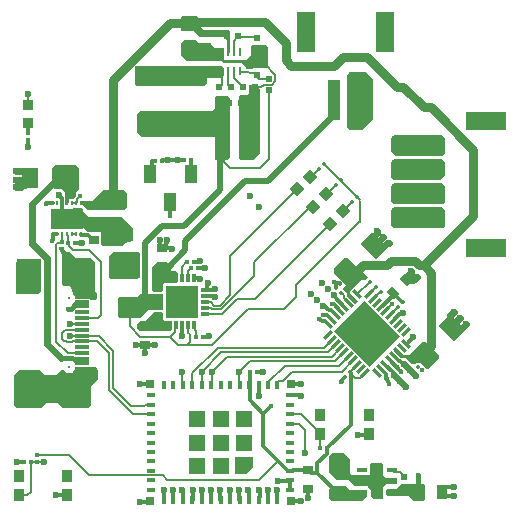
<source format=gtl>
G04*
G04 #@! TF.GenerationSoftware,Altium Limited,Altium Designer,26.1.1 (7)*
G04*
G04 Layer_Physical_Order=1*
G04 Layer_Color=255*
%FSLAX44Y44*%
%MOMM*%
G71*
G04*
G04 #@! TF.SameCoordinates,CD2F593A-4D2A-49AD-B025-98148D784466*
G04*
G04*
G04 #@! TF.FilePolarity,Positive*
G04*
G01*
G75*
%ADD15C,0.2000*%
%ADD16C,0.1270*%
G04:AMPARAMS|DCode=17|XSize=4.2mm|YSize=3.7mm|CornerRadius=0mm|HoleSize=0mm|Usage=FLASHONLY|Rotation=135.000|XOffset=0mm|YOffset=0mm|HoleType=Round|Shape=Rectangle|*
%AMROTATEDRECTD17*
4,1,4,2.7931,-0.1768,0.1768,-2.7931,-2.7931,0.1768,-0.1768,2.7931,2.7931,-0.1768,0.0*
%
%ADD17ROTATEDRECTD17*%

G04:AMPARAMS|DCode=18|XSize=0.85mm|YSize=0.3mm|CornerRadius=0mm|HoleSize=0mm|Usage=FLASHONLY|Rotation=135.000|XOffset=0mm|YOffset=0mm|HoleType=Round|Shape=Rectangle|*
%AMROTATEDRECTD18*
4,1,4,0.4066,-0.1945,0.1945,-0.4066,-0.4066,0.1945,-0.1945,0.4066,0.4066,-0.1945,0.0*
%
%ADD18ROTATEDRECTD18*%

G04:AMPARAMS|DCode=19|XSize=0.85mm|YSize=0.3mm|CornerRadius=0mm|HoleSize=0mm|Usage=FLASHONLY|Rotation=45.000|XOffset=0mm|YOffset=0mm|HoleType=Round|Shape=Rectangle|*
%AMROTATEDRECTD19*
4,1,4,-0.1945,-0.4066,-0.4066,-0.1945,0.1945,0.4066,0.4066,0.1945,-0.1945,-0.4066,0.0*
%
%ADD19ROTATEDRECTD19*%

%ADD20R,0.5500X0.5000*%
%ADD21R,1.0000X1.6000*%
%ADD22R,1.1500X0.3000*%
%ADD23R,2.0000X2.1800*%
%ADD24R,1.0000X3.5000*%
%ADD25R,1.5000X3.4000*%
%ADD26R,0.3000X0.3500*%
%ADD27R,0.3500X0.3000*%
%ADD28R,3.4000X1.5000*%
%ADD29R,3.5000X1.0000*%
G04:AMPARAMS|DCode=30|XSize=0.3mm|YSize=0.35mm|CornerRadius=0mm|HoleSize=0mm|Usage=FLASHONLY|Rotation=135.000|XOffset=0mm|YOffset=0mm|HoleType=Round|Shape=Rectangle|*
%AMROTATEDRECTD30*
4,1,4,0.2298,0.0177,-0.0177,-0.2298,-0.2298,-0.0177,0.0177,0.2298,0.2298,0.0177,0.0*
%
%ADD30ROTATEDRECTD30*%

G04:AMPARAMS|DCode=31|XSize=0.3mm|YSize=0.35mm|CornerRadius=0mm|HoleSize=0mm|Usage=FLASHONLY|Rotation=225.000|XOffset=0mm|YOffset=0mm|HoleType=Round|Shape=Rectangle|*
%AMROTATEDRECTD31*
4,1,4,-0.0177,0.2298,0.2298,-0.0177,0.0177,-0.2298,-0.2298,0.0177,-0.0177,0.2298,0.0*
%
%ADD31ROTATEDRECTD31*%

G04:AMPARAMS|DCode=32|XSize=1.8mm|YSize=1.4mm|CornerRadius=0mm|HoleSize=0mm|Usage=FLASHONLY|Rotation=315.000|XOffset=0mm|YOffset=0mm|HoleType=Round|Shape=Rectangle|*
%AMROTATEDRECTD32*
4,1,4,-1.1314,0.1414,-0.1414,1.1314,1.1314,-0.1414,0.1414,-1.1314,-1.1314,0.1414,0.0*
%
%ADD32ROTATEDRECTD32*%

G04:AMPARAMS|DCode=33|XSize=0.9mm|YSize=0.7mm|CornerRadius=0mm|HoleSize=0mm|Usage=FLASHONLY|Rotation=315.000|XOffset=0mm|YOffset=0mm|HoleType=Round|Shape=Rectangle|*
%AMROTATEDRECTD33*
4,1,4,-0.5657,0.0707,-0.0707,0.5657,0.5657,-0.0707,0.0707,-0.5657,-0.5657,0.0707,0.0*
%
%ADD33ROTATEDRECTD33*%

%ADD34R,0.9000X1.0000*%
%ADD35R,1.8000X1.4000*%
%ADD36R,0.9500X1.3000*%
%ADD37R,1.3000X0.9500*%
%ADD38R,0.9500X0.9000*%
%ADD39R,0.5000X0.5500*%
%ADD40R,0.2700X0.4500*%
%ADD41R,2.7000X1.8000*%
%ADD42R,0.3000X0.8000*%
%ADD43R,0.8000X0.3000*%
%ADD44R,2.8000X2.8000*%
%ADD45R,0.9271X0.4318*%
%ADD46R,1.4500X1.4500*%
%ADD47R,0.7000X0.7000*%
%ADD48R,0.4000X0.8000*%
%ADD49R,0.8000X0.4000*%
G04:AMPARAMS|DCode=50|XSize=0.95mm|YSize=0.9mm|CornerRadius=0mm|HoleSize=0mm|Usage=FLASHONLY|Rotation=135.000|XOffset=0mm|YOffset=0mm|HoleType=Round|Shape=Rectangle|*
%AMROTATEDRECTD50*
4,1,4,0.6541,-0.0177,0.0177,-0.6541,-0.6541,0.0177,-0.0177,0.6541,0.6541,-0.0177,0.0*
%
%ADD50ROTATEDRECTD50*%

%ADD51R,1.4000X1.8000*%
%ADD52R,0.2286X0.7112*%
%ADD53R,5.5000X1.4500*%
%ADD54R,0.9000X0.7000*%
%ADD93R,0.5000X0.5000*%
%ADD94C,0.3000*%
%ADD95C,0.1580*%
%ADD96C,0.2030*%
%ADD97C,0.5000*%
%ADD98C,0.4000*%
%ADD99C,0.8000*%
%ADD100C,0.6000*%
%ADD101C,0.3500*%
%ADD102C,0.2032*%
%ADD103C,0.3250*%
%ADD104C,0.6000*%
%ADD105C,0.4500*%
G36*
X-99060Y5080D02*
Y-13970D01*
X-101600Y-16510D01*
X-124460D01*
X-125730Y-15240D01*
Y2540D01*
X-121920Y6350D01*
X-100330D01*
X-99060Y5080D01*
D02*
G37*
G36*
X-74930Y-3810D02*
Y-7620D01*
X-72390Y-10160D01*
X-68580D01*
X-67310Y-11430D01*
Y-19050D01*
X-68580Y-20320D01*
X-78740D01*
X-80010Y-21590D01*
Y-26670D01*
X-81280Y-27940D01*
X-87630D01*
X-88900Y-26670D01*
Y-6350D01*
X-85090Y-2540D01*
X-76200D01*
X-74930Y-3810D01*
D02*
G37*
G36*
X-182880Y-2540D02*
Y-26670D01*
X-185420Y-29210D01*
X-201930D01*
X-204470Y-26670D01*
Y-2540D01*
X-201930Y0D01*
X-185420D01*
X-182880Y-2540D01*
D02*
G37*
G36*
X-163830Y8890D02*
X-161290Y6350D01*
X-158750D01*
X-153670Y1270D01*
X-140970D01*
X-137160Y-2540D01*
Y-27940D01*
X-135890Y-29210D01*
Y-33020D01*
X-137160Y-34290D01*
X-140970D01*
X-142240Y-33020D01*
X-152400D01*
X-156210Y-29210D01*
X-157769Y-23841D01*
X-158750Y-22860D01*
X-163830D01*
X-165100Y-21590D01*
Y1411D01*
X-166601Y6581D01*
X-167640Y7620D01*
Y10160D01*
X-163830D01*
Y8890D01*
D02*
G37*
G36*
X87630Y-10160D02*
X88900D01*
X93980Y-15240D01*
X91440Y-17780D01*
X87630D01*
X78740Y-26670D01*
Y-29210D01*
X85090Y-35560D01*
X82550Y-38100D01*
X76200Y-31750D01*
Y-29210D01*
X72390Y-25400D01*
Y-24130D01*
X74930Y-21590D01*
X64770Y-11430D01*
Y-7620D01*
X73660Y1270D01*
X76200D01*
X87630Y-10160D01*
D02*
G37*
G36*
X-80010Y-43180D02*
X-92710D01*
X-99060Y-49530D01*
X-116840D01*
X-118110Y-48260D01*
Y-33020D01*
X-116840Y-31750D01*
X-101600D01*
X-99060Y-29210D01*
X-80010D01*
Y-43180D01*
D02*
G37*
G36*
Y-45720D02*
Y-50800D01*
X-78740Y-52070D01*
X-73660D01*
X-72390Y-53340D01*
Y-59690D01*
X-73660Y-60960D01*
X-99060D01*
X-101600Y-58420D01*
Y-54610D01*
X-99060Y-52070D01*
X-95250D01*
X-87630Y-44450D01*
X-81280D01*
X-80010Y-45720D01*
D02*
G37*
G36*
X153670Y-81280D02*
Y-83820D01*
X144780Y-92710D01*
X143510D01*
X138430Y-87630D01*
X134620D01*
X133350Y-88900D01*
X130810D01*
X125730Y-83820D01*
X121920D01*
X115570Y-77470D01*
X116840Y-76200D01*
Y-74930D01*
X123190Y-81280D01*
X128270D01*
X139700Y-69850D01*
X142240D01*
X153670Y-81280D01*
D02*
G37*
G36*
X-134620Y-93980D02*
Y-101600D01*
X-140970Y-107950D01*
Y-123190D01*
X-143510Y-125730D01*
X-165100D01*
X-168910Y-121920D01*
X-179070D01*
X-182880Y-125730D01*
X-203200D01*
X-205740Y-123190D01*
Y-97790D01*
X-201930Y-93980D01*
X-184150D01*
X-180340Y-97790D01*
X-170180D01*
X-166370Y-93980D01*
X-163830D01*
X-161290Y-96520D01*
X-156210D01*
Y-95250D01*
X-152400Y-91440D01*
X-137160D01*
X-134620Y-93980D01*
D02*
G37*
G36*
X-4060Y-176320D02*
X-10060Y-182320D01*
X-18560D01*
Y-167820D01*
X-4060D01*
Y-176320D01*
D02*
G37*
G36*
X78740Y-168910D02*
Y-181610D01*
X80010Y-182880D01*
X95250D01*
Y-173990D01*
X96520Y-172720D01*
X105410D01*
X106680Y-173990D01*
Y-182880D01*
X109220Y-185420D01*
X118110D01*
Y-190500D01*
X109220D01*
X106680Y-193040D01*
Y-201930D01*
X105410Y-203200D01*
X99060D01*
X96520Y-200660D01*
Y-195580D01*
X93980Y-193040D01*
Y-191770D01*
X82550D01*
X77470Y-186690D01*
X67310D01*
X60960Y-180340D01*
Y-166370D01*
X63500Y-163830D01*
X73660D01*
X78740Y-168910D01*
D02*
G37*
G36*
X142240Y-191770D02*
Y-203200D01*
X140970Y-204470D01*
X132080D01*
X128270Y-200660D01*
X110490D01*
X109220Y-199390D01*
Y-195580D01*
X110490Y-194310D01*
X118110D01*
X121920Y-190500D01*
X140970D01*
X142240Y-191770D01*
D02*
G37*
G36*
X78740Y-195580D02*
X92710D01*
Y-200660D01*
X88900Y-204470D01*
X63500D01*
X60960Y-201930D01*
Y-194310D01*
X63500Y-191770D01*
X74930D01*
X78740Y-195580D01*
D02*
G37*
G36*
X-49530Y204470D02*
Y198120D01*
X-45720Y194310D01*
X-24130Y194310D01*
X-22860Y193040D01*
X-22860Y175260D01*
X-24130Y173990D01*
X-25400Y175260D01*
Y185420D01*
X-27940Y187960D01*
X-48260D01*
X-53340Y193040D01*
X-63500D01*
X-64770Y194310D01*
Y204470D01*
X-63500Y205740D01*
X-50800D01*
X-49530Y204470D01*
D02*
G37*
G36*
X-49530Y182880D02*
X-40640D01*
X-36150Y178390D01*
X-31160Y178390D01*
D01*
X-28620D01*
Y169500D01*
X-27350Y168230D01*
X-9570Y168230D01*
X-5760Y172040D01*
Y179660D01*
X-4490Y180930D01*
X7030D01*
X8890Y179070D01*
Y163830D01*
X6940Y161880D01*
X-3220D01*
X-5080Y161290D01*
X-8890D01*
X-9570Y161880D01*
X-13380Y165690D01*
X-28620D01*
X-30570Y167640D01*
X-59690D01*
X-64770Y172720D01*
Y182880D01*
X-62230Y185420D01*
X-52070D01*
X-49530Y182880D01*
D02*
G37*
G36*
X-28620Y161970D02*
Y155530D01*
X-31160Y152990D01*
X-42590D01*
Y149180D01*
X-45130Y146640D01*
X-102280D01*
X-103550Y147910D01*
Y163150D01*
X-29800D01*
X-28620Y161970D01*
D02*
G37*
G36*
X97790Y152400D02*
Y118110D01*
X88900Y109220D01*
X78740D01*
X76200Y111760D01*
Y156210D01*
X78740Y158750D01*
X91440D01*
X97790Y152400D01*
D02*
G37*
G36*
X158750Y102870D02*
Y90170D01*
X156210Y87630D01*
X116840D01*
X113030Y91440D01*
Y102870D01*
X115570Y105410D01*
X156210D01*
X158750Y102870D01*
D02*
G37*
G36*
X1860Y144100D02*
X1860Y89490D01*
X-3810Y83820D01*
X-13970D01*
X-15920Y85770D01*
X-15920Y137750D01*
X-14650Y139020D01*
X-8300D01*
X-7030Y140290D01*
Y147320D01*
X-1360D01*
X1860Y144100D01*
D02*
G37*
G36*
X-23540Y136480D02*
Y85680D01*
X-25400Y83820D01*
X-36240D01*
Y103460D01*
X-98470D01*
X-102280Y107270D01*
Y122510D01*
X-99740Y125050D01*
X-38780D01*
X-36240Y127590D01*
Y136480D01*
X-34970Y137750D01*
X-24810D01*
X-23540Y136480D01*
D02*
G37*
G36*
X158750Y82550D02*
Y71120D01*
X154940Y67310D01*
X115570D01*
X113030Y69850D01*
X113030Y82550D01*
X115570Y85090D01*
X156210D01*
X158750Y82550D01*
D02*
G37*
G36*
Y62230D02*
Y48260D01*
X157480Y46990D01*
X115570D01*
X113030Y49530D01*
Y62230D01*
X115570Y64770D01*
X156210D01*
X158750Y62230D01*
D02*
G37*
G36*
X-151130Y77470D02*
Y59690D01*
X-153670Y57150D01*
Y53340D01*
X-156210Y50800D01*
X-159496D01*
X-160558Y49738D01*
X-160020Y49200D01*
Y45720D01*
X-162560D01*
Y57150D01*
X-165100Y59690D01*
X-171450D01*
X-173990Y62230D01*
Y77470D01*
X-171450Y80010D01*
X-153670D01*
X-151130Y77470D01*
D02*
G37*
G36*
X-110490Y55880D02*
Y44450D01*
X-113030Y41910D01*
X-143510D01*
X-147320Y45720D01*
X-149860D01*
Y49530D01*
X-139700D01*
X-130810Y58420D01*
X-113030D01*
X-110490Y55880D01*
D02*
G37*
G36*
X158750Y41910D02*
Y27940D01*
X157480Y26670D01*
X115570D01*
X113030Y29210D01*
Y41910D01*
X115570Y44450D01*
X156210D01*
X158750Y41910D01*
D02*
G37*
G36*
X-148590D02*
X-142240Y35560D01*
X-114300D01*
X-105410Y26670D01*
Y15240D01*
X-112395Y13335D01*
X-114300Y11430D01*
X-130810D01*
X-132080Y12700D01*
Y22860D01*
X-143510D01*
X-147320Y26670D01*
X-156210D01*
Y43180D01*
X-148590D01*
Y41910D01*
D02*
G37*
D15*
X72225Y40475D02*
X80429Y48679D01*
X72225Y40459D02*
Y40475D01*
X58553Y54743D02*
X66459Y62649D01*
X57772Y54743D02*
X58553D01*
X45736Y69866D02*
X52489Y76619D01*
X44140Y69866D02*
X45736D01*
X27940Y-131320D02*
X37280D01*
X53160Y-147700D02*
Y-147200D01*
X37280Y-131320D02*
X53160Y-147200D01*
X-186804Y-171450D02*
X-186504Y-171750D01*
X-191770Y-171450D02*
X-186804D01*
X61618Y29853D02*
X61618D01*
X-1710Y-33475D02*
X61618Y29853D01*
X-17325Y-33475D02*
X-1710D01*
X-29999Y-46150D02*
X-17325Y-33475D01*
X-44090Y-46150D02*
X-29999D01*
X44136Y44136D02*
X47165D01*
X-2540Y-2540D02*
X44136Y44136D01*
X-2540Y-14425D02*
Y-2540D01*
X-30501Y-42386D02*
X-2540Y-14425D01*
X-38079Y-42386D02*
X-30501D01*
X-38815Y-41650D02*
X-38079Y-42386D01*
X-43590Y-41650D02*
X-38815D01*
X-44090Y-41150D02*
X-43590Y-41650D01*
X33534Y59259D02*
Y59259D01*
X-22860Y2865D02*
X33534Y59259D01*
X-22860Y-30480D02*
Y2865D01*
X-31750Y-39370D02*
X-22860Y-30480D01*
X-36830Y-39370D02*
X-31750D01*
X-39550Y-36650D02*
X-36830Y-39370D01*
X-43590Y-36650D02*
X-39550D01*
X-44090Y-36150D02*
X-43590Y-36650D01*
X56731Y80861D02*
Y80861D01*
Y80861D02*
X87157Y50435D01*
Y31277D02*
Y49165D01*
X33020Y-21590D02*
X87157Y32548D01*
X33020Y-31750D02*
Y-21590D01*
X22860Y-41910D02*
X33020Y-31750D01*
X-7620Y-41910D02*
X22860D01*
X-38100Y-72390D02*
X-7620Y-41910D01*
X-58590Y-62227D02*
X-57150Y-63667D01*
Y-69850D02*
Y-63667D01*
X-58590Y-62227D02*
Y-56650D01*
X-59090Y-56150D02*
X-58590Y-56650D01*
X-73660Y-66040D02*
X-67310Y-72390D01*
X-59690D02*
X-57150Y-69850D01*
X-59690Y-72390D02*
X-38100D01*
X-67310D02*
X-59690D01*
X-69590Y-56650D02*
X-69090Y-56150D01*
X-69590Y-61970D02*
Y-56650D01*
X-108149Y-56951D02*
Y-41124D01*
X-99060Y-66040D02*
X-73660D01*
X-69590Y-61970D01*
X-108149Y-56951D02*
X-99060Y-66040D01*
X108393Y-44074D02*
Y-44040D01*
X114300Y-38133D01*
Y-38100D01*
X81857Y-12844D02*
X88337D01*
X77614D02*
X81857D01*
X15240Y150569D02*
Y156210D01*
X6350Y165100D02*
X15240Y156210D01*
X6350Y165100D02*
Y166370D01*
X5080D02*
X6350D01*
X12347Y147676D02*
X15240Y150569D01*
X5436Y147676D02*
X12347D01*
X3130Y145370D02*
X5436Y147676D01*
X-1950Y145370D02*
X3130D01*
X-14768Y158893D02*
Y158959D01*
Y158893D02*
X-14625Y158750D01*
X-7620D01*
X-6150Y157280D01*
X-2180D01*
X-680Y155780D01*
Y155530D02*
Y155780D01*
X52880Y-147980D02*
X53160Y-147700D01*
X52880Y-160020D02*
Y-147980D01*
X-54090Y-58650D02*
Y-56150D01*
Y-58650D02*
X-52047Y-60693D01*
Y-65666D02*
Y-60693D01*
X-191770Y-196850D02*
Y-171450D01*
X-194690Y-199770D02*
X-191770Y-196850D01*
X-202110Y-199770D02*
X-194690D01*
X76200Y-11430D02*
X77614Y-12844D01*
X88337D02*
X90300Y-14807D01*
X91007D01*
X78321Y-95669D02*
X82983Y-100330D01*
X86785D01*
X90715Y-96399D01*
X91422D01*
X78321Y-95669D02*
Y-95513D01*
X84351Y-89484D01*
Y-89328D01*
X111928Y-47609D02*
Y-47592D01*
X118864Y-40655D01*
Y-40638D01*
X84368Y-29931D02*
X95250Y-19050D01*
X84351Y-29931D02*
X84368D01*
X94251Y-29931D02*
Y-29738D01*
X100110Y-23879D01*
Y-23686D01*
X104193Y-27768D02*
X104353Y-27928D01*
X103485Y-27768D02*
X104193D01*
X97786Y-33467D02*
X103485Y-27768D01*
X97786Y-33467D02*
X97786D01*
D16*
X114091Y-178480D02*
X115615Y-180004D01*
X120484D01*
X124460Y-183980D01*
Y-184230D02*
Y-183980D01*
X-63500Y-105880D02*
Y-95250D01*
X-46990Y-106250D02*
Y-95250D01*
X-47060Y-106320D02*
X-46990Y-106250D01*
X-15240Y-106140D02*
Y-95250D01*
X-38100Y-105360D02*
Y-95250D01*
X-39060Y-106320D02*
X-38100Y-105360D01*
X8940Y-104320D02*
X23090Y-90170D01*
X69367D01*
X-55060Y-106320D02*
Y-96383D01*
X27940Y-139320D02*
X35180D01*
X21970Y-102955D02*
X29675Y-95250D01*
X71359D01*
X-15240Y-106140D02*
X-15060Y-106320D01*
X-63500Y-105880D02*
X-63060Y-106320D01*
X8940D02*
Y-104320D01*
X16940Y-106320D02*
Y-104320D01*
X18305Y-102955D01*
X21970D01*
X71359Y-95250D02*
X80816Y-85793D01*
X40640Y-163830D02*
Y-144780D01*
X35180Y-139320D02*
X40640Y-144780D01*
X56323Y-74930D02*
X63138Y-68115D01*
X-33607Y-74930D02*
X56323D01*
X-55060Y-96383D02*
X-33607Y-74930D01*
X69367Y-90170D02*
X77280Y-82257D01*
X-186504Y-171750D02*
X-186354Y-171600D01*
X-180490D01*
X-180340Y-171450D01*
X-186504Y-165750D02*
X-159897D01*
X-142676Y-182971D01*
X-79919D01*
X-76200Y-186690D01*
X1270D01*
X17290Y-170670D01*
X-194310Y130656D02*
Y139700D01*
X-156890Y52597D02*
X-156025Y53462D01*
X-159276Y52597D02*
X-156890D01*
X-160558Y48161D02*
Y51315D01*
X-159276Y52597D01*
X-161273Y47446D02*
X-160558Y48161D01*
X-152558Y51179D02*
X-150275Y53462D01*
X-152558Y48161D02*
Y51179D01*
X59584Y-78740D02*
X66673Y-71651D01*
X-30480Y-78740D02*
X59584D01*
X-46990Y-95250D02*
X-30480Y-78740D01*
X62845Y-82550D02*
X70209Y-75186D01*
X-25400Y-82550D02*
X62845D01*
X-38100Y-95250D02*
X-25400Y-82550D01*
X66106Y-86360D02*
X73745Y-78722D01*
X-6350Y-86360D02*
X66106D01*
X-15240Y-95250D02*
X-6350Y-86360D01*
X70964Y-28718D02*
X72928Y-30682D01*
Y-32650D02*
Y-30682D01*
X70964Y-28718D02*
Y-28528D01*
X72928Y-32650D02*
X77280Y-37003D01*
X-60179Y-2604D02*
X-59929D01*
X-64090Y-6515D02*
X-60179Y-2604D01*
X-64090Y-16150D02*
Y-6515D01*
X-59090Y-16150D02*
Y-10120D01*
X-56590Y-7620D01*
X-56340D01*
X-170180Y-69850D02*
Y12700D01*
Y-69850D02*
X-160300Y-79730D01*
X-148640D01*
X-169151Y13729D02*
X-166156D01*
X-170180Y12700D02*
X-169151Y13729D01*
X-166156D02*
X-165509Y14375D01*
Y20710D01*
X-148640Y-49730D02*
X-134820D01*
X-132080Y-46990D01*
Y-2540D01*
X-142240Y7620D02*
X-132080Y-2540D01*
X-156210Y7620D02*
X-142240D01*
X-159899Y11309D02*
X-156210Y7620D01*
X-159899Y11309D02*
Y13389D01*
X-160480Y13970D02*
X-159899Y13389D01*
X-165509Y20710D02*
X-165273Y20946D01*
X-160480Y13970D02*
Y19253D01*
X-161273Y20046D02*
Y20946D01*
Y20046D02*
X-160480Y19253D01*
X-150275Y53462D02*
X-150025D01*
X-153273Y47446D02*
X-152558Y48161D01*
D17*
X92836Y-63165D02*
D03*
D18*
X59602Y-54680D02*
D03*
X63138Y-51145D02*
D03*
X66673Y-47609D02*
D03*
X70209Y-44074D02*
D03*
X73745Y-40538D02*
D03*
X77280Y-37003D02*
D03*
X80816Y-33467D02*
D03*
X84351Y-29931D02*
D03*
X126070Y-71651D02*
D03*
X122535Y-75186D02*
D03*
X118999Y-78722D02*
D03*
X115464Y-82257D02*
D03*
X111928Y-85793D02*
D03*
X108393Y-89328D02*
D03*
X104857Y-92864D02*
D03*
X101322Y-96399D02*
D03*
D19*
X94251Y-29931D02*
D03*
X97786Y-33467D02*
D03*
X101322Y-37003D02*
D03*
X104857Y-40538D02*
D03*
X108393Y-44074D02*
D03*
X111928Y-47609D02*
D03*
X115464Y-51145D02*
D03*
X118999Y-54680D02*
D03*
X122535Y-58216D02*
D03*
X126070Y-61751D02*
D03*
X91422Y-96399D02*
D03*
X87887Y-92864D02*
D03*
X84351Y-89328D02*
D03*
X80816Y-85793D02*
D03*
X77280Y-82257D02*
D03*
X73745Y-78722D02*
D03*
X70209Y-75186D02*
D03*
X66673Y-71651D02*
D03*
X63138Y-68115D02*
D03*
X59602Y-64580D02*
D03*
D20*
X-14050Y132080D02*
D03*
X-24050D02*
D03*
X-1950Y145370D02*
D03*
X-11950D02*
D03*
X-26000Y188550D02*
D03*
X-16000D02*
D03*
X-32350Y145370D02*
D03*
X-22350D02*
D03*
D21*
X-91125Y71660D02*
D03*
X-73625Y48660D02*
D03*
X-56125Y71660D02*
D03*
D22*
X-148640Y-28730D02*
D03*
Y-36730D02*
D03*
Y-49730D02*
D03*
Y-59730D02*
D03*
Y-64730D02*
D03*
Y-74730D02*
D03*
Y-87730D02*
D03*
Y-95730D02*
D03*
Y-92730D02*
D03*
Y-84730D02*
D03*
Y-79730D02*
D03*
Y-69730D02*
D03*
Y-54730D02*
D03*
Y-44730D02*
D03*
Y-39730D02*
D03*
Y-31730D02*
D03*
D23*
X-193690Y-11130D02*
D03*
Y-113330D02*
D03*
X-154390Y-11130D02*
D03*
Y-113330D02*
D03*
D24*
X84930Y134410D02*
D03*
X64930D02*
D03*
D25*
X108430Y191910D02*
D03*
X41430D02*
D03*
D26*
X-165746Y14139D02*
D03*
Y8139D02*
D03*
X-186504Y-165750D02*
D03*
Y-171750D02*
D03*
X-194310Y101140D02*
D03*
Y107140D02*
D03*
D27*
X-160480Y13970D02*
D03*
X-154480D02*
D03*
X-61880Y83820D02*
D03*
X-55880D02*
D03*
X-81053Y83426D02*
D03*
X-87053D02*
D03*
X58880Y-160020D02*
D03*
X52880D02*
D03*
X-191770Y-171450D02*
D03*
X-197770D02*
D03*
X-150025Y53462D02*
D03*
X-156025D02*
D03*
X-52047Y-65666D02*
D03*
X-46047D02*
D03*
X-59929Y-2604D02*
D03*
X-53929D02*
D03*
X-56340Y-7620D02*
D03*
X-50340D02*
D03*
X-377Y-95169D02*
D03*
X-6377D02*
D03*
D28*
X193446Y116705D02*
D03*
Y9705D02*
D03*
D29*
X135946Y93205D02*
D03*
Y73205D02*
D03*
Y53205D02*
D03*
Y33205D02*
D03*
D30*
X78321Y-95669D02*
D03*
X74079Y-99911D02*
D03*
X123107Y-36395D02*
D03*
X118864Y-40638D02*
D03*
X56731Y80861D02*
D03*
X52489Y76619D02*
D03*
X70701Y66891D02*
D03*
X66459Y62649D02*
D03*
X84671Y52921D02*
D03*
X80429Y48679D02*
D03*
D31*
X131647Y-87197D02*
D03*
X135890Y-91440D02*
D03*
X70964Y-28528D02*
D03*
X66722Y-24286D02*
D03*
X104353Y-27928D02*
D03*
X100110Y-23686D02*
D03*
X91007Y-14807D02*
D03*
X95250Y-19050D02*
D03*
X74511Y-24981D02*
D03*
X70269Y-20739D02*
D03*
D32*
X142240Y-81280D02*
D03*
X164867Y-58653D02*
D03*
X76200Y-11430D02*
D03*
X98827Y11197D02*
D03*
D33*
X126038Y-17330D02*
D03*
X114724Y-28644D02*
D03*
D34*
X94160Y-147700D02*
D03*
Y-131700D02*
D03*
X53160D02*
D03*
Y-147700D02*
D03*
X-161110Y-199770D02*
D03*
Y-183770D02*
D03*
X-202110D02*
D03*
Y-199770D02*
D03*
D35*
X-108149Y-41124D02*
D03*
Y-9124D02*
D03*
X-121920Y51560D02*
D03*
Y19560D02*
D03*
D36*
X136050Y-196850D02*
D03*
X156050D02*
D03*
X-30320Y91440D02*
D03*
X-10320D02*
D03*
X-30345Y116564D02*
D03*
X-10345D02*
D03*
D37*
X69260Y-197370D02*
D03*
Y-177370D02*
D03*
X-57426Y200610D02*
D03*
Y180610D02*
D03*
D38*
X-194310Y115656D02*
D03*
Y130656D02*
D03*
D39*
X124460Y-194230D02*
D03*
Y-184230D02*
D03*
X-680Y155530D02*
D03*
Y165530D02*
D03*
X9480Y142910D02*
D03*
Y152910D02*
D03*
X-680Y187200D02*
D03*
Y177200D02*
D03*
X-41910Y180500D02*
D03*
Y190500D02*
D03*
D40*
X-149273Y47446D02*
D03*
X-153273D02*
D03*
X-157273D02*
D03*
X-161273D02*
D03*
X-165273D02*
D03*
X-169273D02*
D03*
X-173273D02*
D03*
Y20946D02*
D03*
X-169273D02*
D03*
X-165273D02*
D03*
X-161273D02*
D03*
X-157273D02*
D03*
X-153273D02*
D03*
X-149273D02*
D03*
D41*
X-161273Y34196D02*
D03*
D42*
X-74090Y-56150D02*
D03*
X-69090D02*
D03*
X-64090D02*
D03*
X-59090D02*
D03*
X-54090D02*
D03*
Y-16150D02*
D03*
X-59090D02*
D03*
X-64090D02*
D03*
X-69090D02*
D03*
X-74090D02*
D03*
D43*
X-44090Y-46150D02*
D03*
Y-41150D02*
D03*
Y-36150D02*
D03*
Y-31150D02*
D03*
Y-26150D02*
D03*
X-84090D02*
D03*
Y-31150D02*
D03*
Y-36150D02*
D03*
Y-41150D02*
D03*
Y-46150D02*
D03*
D44*
X-64090Y-36150D02*
D03*
D45*
X114091Y-197480D02*
D03*
Y-187980D02*
D03*
Y-178480D02*
D03*
X88310D02*
D03*
Y-197480D02*
D03*
D46*
X-31060Y-175070D02*
D03*
X-11310Y-155320D02*
D03*
Y-135570D02*
D03*
X-31060D02*
D03*
X-50810D02*
D03*
Y-155320D02*
D03*
Y-175070D02*
D03*
X-31060Y-155320D02*
D03*
D47*
X-90560Y-204820D02*
D03*
Y-105820D02*
D03*
X28440D02*
D03*
Y-204820D02*
D03*
D48*
X-79060Y-204320D02*
D03*
X-71060D02*
D03*
X-63060D02*
D03*
X-55060D02*
D03*
X-47060D02*
D03*
X-39060D02*
D03*
X-31060D02*
D03*
X-23060D02*
D03*
X-15060D02*
D03*
X-7060D02*
D03*
X940D02*
D03*
X8940D02*
D03*
X16940D02*
D03*
X-79060Y-106320D02*
D03*
X-71060D02*
D03*
X-63060D02*
D03*
X-55060D02*
D03*
X-47060D02*
D03*
X-39060D02*
D03*
X-31060D02*
D03*
X-23060D02*
D03*
X-15060D02*
D03*
X-7060D02*
D03*
X940D02*
D03*
X8940D02*
D03*
X16940D02*
D03*
D49*
X-90060Y-195320D02*
D03*
Y-187320D02*
D03*
Y-179320D02*
D03*
Y-171320D02*
D03*
Y-163320D02*
D03*
Y-155320D02*
D03*
Y-147320D02*
D03*
Y-139320D02*
D03*
Y-131320D02*
D03*
Y-123320D02*
D03*
Y-115320D02*
D03*
X27940D02*
D03*
Y-123320D02*
D03*
Y-131320D02*
D03*
Y-139320D02*
D03*
Y-147320D02*
D03*
Y-155320D02*
D03*
Y-163320D02*
D03*
Y-171320D02*
D03*
Y-179320D02*
D03*
Y-187320D02*
D03*
Y-195320D02*
D03*
D50*
X44140Y69866D02*
D03*
X33534Y59259D02*
D03*
X72225Y40459D02*
D03*
X61618Y29853D02*
D03*
X57772Y54743D02*
D03*
X47165Y44136D02*
D03*
D51*
X-160530Y68580D02*
D03*
X-192530D02*
D03*
D52*
X-14768Y174961D02*
D03*
X-19769D02*
D03*
X-24771D02*
D03*
X-29772D02*
D03*
Y158959D02*
D03*
X-24771D02*
D03*
X-19769D02*
D03*
X-14768D02*
D03*
D53*
X-73070Y115210D02*
D03*
Y155210D02*
D03*
D54*
X-80615Y9616D02*
D03*
Y-6384D02*
D03*
X-138430Y32130D02*
D03*
Y16130D02*
D03*
X-94856Y-72611D02*
D03*
Y-56610D02*
D03*
X43180Y-194690D02*
D03*
Y-178690D02*
D03*
D93*
X-11310Y-175070D02*
D03*
D94*
X5080Y-158460D02*
Y-130810D01*
X-6377Y-119353D02*
X5080Y-130810D01*
X-6377Y-119353D02*
Y-95169D01*
X27940Y-179320D02*
X29940D01*
X17290Y-170670D02*
X25940Y-179320D01*
X-15150Y-204230D02*
Y-195670D01*
X-15240Y-195580D02*
X-15150Y-195670D01*
X940Y-106320D02*
X1105Y-106485D01*
Y-115405D02*
Y-106485D01*
Y-115405D02*
X1270Y-115570D01*
X-63280Y-204100D02*
Y-195800D01*
X-63500Y-195580D02*
X-63280Y-195800D01*
X24440Y-187820D02*
X27440D01*
X17780Y-187960D02*
X24300D01*
X24440Y-187820D01*
X-98600Y-205280D02*
X-91020D01*
X940Y-204320D02*
Y-202320D01*
X1844Y-201416D01*
Y-196154D01*
X1270Y-195580D02*
X1844Y-196154D01*
X8915Y-204295D02*
Y-195605D01*
X8890Y-195580D02*
X8915Y-195605D01*
X-55060Y-204320D02*
X-54835Y-204095D01*
Y-195805D01*
X-54610Y-195580D01*
X-31405Y-203975D02*
Y-195925D01*
X-31750Y-195580D02*
X-31405Y-195925D01*
X28440Y-105820D02*
X28645Y-105615D01*
X36625D01*
X-7620Y-195580D02*
X-7340Y-195860D01*
Y-204040D02*
Y-195860D01*
X-79060Y-204320D02*
X-78900Y-204160D01*
Y-195740D02*
X-78740Y-195580D01*
X-78900Y-204160D02*
Y-195740D01*
X-47060Y-204320D02*
X-47025Y-204285D01*
Y-195615D01*
X-46990Y-195580D01*
X-39370D02*
X-39215Y-195735D01*
Y-204165D02*
Y-195735D01*
X27940Y-115320D02*
X28065Y-115445D01*
X36705D01*
X16725Y-204105D02*
Y-195795D01*
X16510Y-195580D02*
X16725Y-195795D01*
X-71090Y-204290D02*
Y-195610D01*
X-71120Y-195580D02*
X-71090Y-195610D01*
X28440Y-204820D02*
X28615Y-204645D01*
X36655D01*
X-22960Y-204220D02*
Y-195680D01*
X-23060Y-204320D02*
X-22960Y-204220D01*
Y-195680D02*
X-22860Y-195580D01*
X-98855Y-105615D02*
X-90765D01*
X27940Y-195320D02*
Y-187320D01*
X16725Y-204105D02*
X16940Y-204320D01*
X-15150Y-204230D02*
X-15060Y-204320D01*
X-63280Y-204100D02*
X-63060Y-204320D01*
X25940Y-179320D02*
X27940D01*
X27440Y-187820D02*
X27940Y-187320D01*
X-91020Y-205280D02*
X-90560Y-204820D01*
X8915Y-204295D02*
X8940Y-204320D01*
X-31405Y-203975D02*
X-31060Y-204320D01*
X-7340Y-204040D02*
X-7060Y-204320D01*
X-39215Y-204165D02*
X-39060Y-204320D01*
X-71090Y-204290D02*
X-71060Y-204320D01*
X-90765Y-105615D02*
X-90560Y-105820D01*
X-99060Y-105410D02*
X-98855Y-105615D01*
X36655Y-204645D02*
X36830Y-204470D01*
X36705Y-115445D02*
X36830Y-115570D01*
X36625Y-105615D02*
X36830Y-105410D01*
X-99060Y-205740D02*
X-98600Y-205280D01*
X30570Y-178690D02*
X43180D01*
X29940Y-179320D02*
X30570Y-178690D01*
X122223Y-36572D02*
Y-36143D01*
X114724Y-28644D02*
X122223Y-36143D01*
X104857Y-40538D02*
X106802Y-38593D01*
Y-38499D01*
X114724Y-30577D01*
Y-28644D01*
X65344Y-32138D02*
X73745Y-40538D01*
X64770Y-30480D02*
X65344Y-31054D01*
Y-32138D02*
Y-31054D01*
X108393Y-89328D02*
X114996Y-95932D01*
Y-97216D02*
Y-95932D01*
Y-97216D02*
X115570Y-97790D01*
X119543Y-86336D02*
X121084D01*
X115464Y-82257D02*
X115464D01*
X119543Y-86336D01*
X121084D02*
X123648Y-88900D01*
X124460D01*
X-41452Y-64770D02*
X-40640D01*
X-42348Y-65666D02*
X-41452Y-64770D01*
X-46047Y-65666D02*
X-42348D01*
X122616Y-46294D02*
X123190Y-45720D01*
X132080Y-66040D02*
X132080D01*
X120315Y-46294D02*
X122616D01*
X115464Y-51145D02*
X120315Y-46294D01*
X115464Y-51145D02*
X115464D01*
X64770Y-19050D02*
X65176D01*
X64770Y-19456D02*
Y-19050D01*
X66688Y-20562D02*
X70092D01*
X70269Y-20739D01*
X65176Y-19050D02*
X66688Y-20562D01*
X64770Y-19456D02*
X66545Y-21231D01*
Y-24109D02*
X66722Y-24286D01*
X66545Y-24109D02*
Y-21231D01*
X64522Y-38387D02*
X70209Y-44074D01*
X70209D01*
X63500Y-38100D02*
X63787Y-38387D01*
X64522D01*
X59270Y-47277D02*
X63138Y-51145D01*
X55880Y-46990D02*
X56167Y-47277D01*
X59270D01*
X52070Y-50800D02*
X52476D01*
X63138Y-51145D02*
X63138D01*
X57658Y-52736D02*
X59602Y-54680D01*
X52476Y-50800D02*
X54412Y-52736D01*
X57658D01*
X126270Y-71850D02*
X132080Y-66040D01*
X126070Y-71651D02*
X126270Y-71850D01*
X111928Y-85793D02*
X121098Y-94963D01*
X121633D02*
X121920Y-95250D01*
X121098Y-94963D02*
X121633D01*
X108933Y-100043D02*
X109220Y-100330D01*
X108933Y-100043D02*
Y-96940D01*
X109507Y-102751D02*
Y-100617D01*
X109220Y-100330D02*
X109507Y-100617D01*
X104857Y-92864D02*
Y-92864D01*
Y-92864D02*
X108933Y-96940D01*
X74079Y-99911D02*
Y-99911D01*
X71407Y-102583D02*
X74079Y-99911D01*
X111760Y-105410D02*
Y-105004D01*
X159300Y-193040D02*
X166370D01*
X109507Y-102751D02*
X111760Y-105004D01*
X93270Y-148590D02*
X94160Y-147700D01*
X159300Y-200660D02*
X166370D01*
X156050Y-196290D02*
X159300Y-193040D01*
X156050Y-197410D02*
X159300Y-200660D01*
X156050Y-197410D02*
Y-196850D01*
X85090Y-148590D02*
X93270D01*
X71407Y-103853D02*
Y-102583D01*
X71120Y-104140D02*
X71407Y-103853D01*
X72390Y-174240D02*
Y-167640D01*
X69260Y-177370D02*
X72390Y-174240D01*
X64770Y-174120D02*
X68020Y-177370D01*
X64770Y-174120D02*
Y-167640D01*
X68020Y-177370D02*
X69260D01*
X-377Y-95169D02*
X4999D01*
X5080Y-95250D01*
X43180Y-201930D02*
Y-194690D01*
X-76774Y13457D02*
Y15936D01*
X-76200Y16510D01*
X-72753Y9253D02*
X-72390Y8890D01*
X-80409Y83820D02*
X-61880D01*
X-77615Y12616D02*
X-76774Y13457D01*
X-80803Y83426D02*
X-80409Y83820D01*
X-81053Y83426D02*
X-80803D01*
X-77615Y11616D02*
Y12616D01*
X-79615Y9616D02*
X-77615Y11616D01*
X-80252Y9253D02*
X-72753D01*
X-82550Y11551D02*
X-80615Y9616D01*
X-82550Y11551D02*
Y16510D01*
X-80615Y9616D02*
X-80252Y9253D01*
X-36372Y-25400D02*
X-35560D01*
X-42484Y-20894D02*
X-41910Y-20320D01*
X-49072Y-1270D02*
X-48260D01*
X-48440Y-16330D02*
X-48260Y-16510D01*
X-37122Y-26150D02*
X-36372Y-25400D01*
X-36972Y-31150D02*
X-36372Y-31750D01*
X-44090Y-31150D02*
X-36972D01*
X-42484Y-26150D02*
Y-20894D01*
X-44090Y-26150D02*
X-37122D01*
X-44090D02*
X-42484D01*
X-50406Y-2604D02*
X-49072Y-1270D01*
X-53929Y-2604D02*
X-50406D01*
X-50340Y-7620D02*
X-44450D01*
X-104589Y-5564D02*
X-103069Y-4044D01*
X-54090Y-16330D02*
Y-16150D01*
Y-16330D02*
X-48440D01*
X-167640Y53798D02*
X-165407Y51565D01*
Y38407D02*
Y51565D01*
X-167640Y53798D02*
Y54610D01*
X-165407Y38407D02*
X-165100Y38100D01*
X-110689Y-6584D02*
X-108149Y-9124D01*
X-104089Y-13184D01*
X-154480Y13970D02*
X-148590D01*
X-36372Y-31750D02*
X-35560D01*
X-64090Y-63368D02*
X-63500Y-63958D01*
Y-64770D02*
Y-63958D01*
X-64090Y-63368D02*
Y-56150D01*
X-102765Y-72715D02*
X-94961D01*
X-102870Y-72820D02*
X-102765Y-72715D01*
X-86465D02*
X-86360Y-72820D01*
X-94961Y-72715D02*
X-86465D01*
X-95250Y-79170D02*
Y-73005D01*
X-94961Y-72715D01*
X-203662Y-172166D02*
X-202850Y-172166D01*
X-202134Y-171450D01*
X-197770D01*
X-161490Y-199390D02*
X-161110Y-199770D01*
X-170180Y-199390D02*
X-161490D01*
X-152890Y-87730D02*
X-148640D01*
X-179070Y46990D02*
X-178842Y47218D01*
X-173423D01*
X-173273Y47368D01*
Y47446D01*
X-173423Y20796D02*
X-173273Y20946D01*
X-173423Y16213D02*
Y20796D01*
X-173990Y15646D02*
X-173423Y16213D01*
X-173990Y15240D02*
Y15646D01*
X-173273Y20946D02*
X-169273D01*
X5080Y-158460D02*
X17290Y-170670D01*
X-194310Y107140D02*
Y115656D01*
Y95250D02*
Y101140D01*
X-73660Y48625D02*
X-73625Y48660D01*
X-73660Y36830D02*
Y48625D01*
X-56125Y71660D02*
X-55880Y71905D01*
Y83820D01*
X-91125Y71660D02*
X-89368Y73417D01*
Y83426D01*
X-87053D01*
X5080Y-130810D02*
X11430Y-124460D01*
X78144Y-95845D02*
X78321Y-95669D01*
X78144Y-95845D02*
Y-95845D01*
Y-95845D02*
X78893Y-96594D01*
Y-140257D02*
Y-96594D01*
X59130Y-160020D02*
X78893Y-140257D01*
X58880Y-160020D02*
X59130D01*
X58630D02*
X58880D01*
X58630Y-165142D02*
Y-160020D01*
X50830Y-172942D02*
X58630Y-165142D01*
X50830Y-180690D02*
Y-172942D01*
X43180Y-178690D02*
X45180Y-180690D01*
X50830D01*
X67510Y-197370D01*
X69260D01*
X55880Y-39370D02*
X56692D01*
X60583Y-43261D01*
X62325D01*
X66673Y-47609D01*
X66673D01*
X-149273Y20346D02*
Y20946D01*
Y20346D02*
X-149123Y20196D01*
X-143496D01*
X-139430Y16130D01*
X-138430D01*
D95*
X-156554Y-69730D02*
X-142100D01*
X-104925Y-131320D02*
X-90060D01*
X-94850Y-123320D02*
X-90060D01*
X-95990Y-124460D02*
X-94850Y-123320D01*
X-106680Y-124460D02*
X-95990D01*
X-122120Y-109020D02*
X-106680Y-124460D01*
X-122120Y-109020D02*
Y-77700D01*
X-134395Y-65425D02*
X-122120Y-77700D01*
X-141405Y-65425D02*
X-134395D01*
X-142100Y-64730D02*
X-141405Y-65425D01*
X-148640Y-64730D02*
X-142100D01*
X-125730Y-110515D02*
X-104925Y-131320D01*
X-125730Y-110515D02*
Y-79195D01*
X-135890Y-69035D02*
X-125730Y-79195D01*
X-141405Y-69035D02*
X-135890D01*
X-142100Y-69730D02*
X-141405Y-69035D01*
X-165207Y-67879D02*
X-163356Y-69730D01*
X-160946D01*
X-160846Y-69830D02*
X-156654D01*
X-156554Y-69730D01*
X-160946D02*
X-160846Y-69830D01*
X-165207Y-67879D02*
Y-62337D01*
X-162600Y-59730D01*
X-158750Y-54610D02*
X-158690Y-54670D01*
X-148700D01*
X-148640Y-54730D01*
X-156654Y-59710D02*
X-156634Y-59730D01*
X-162600D02*
X-160866D01*
X-156634D02*
X-148640D01*
X-160866D02*
X-160846Y-59710D01*
X-156654D01*
X-158730Y-64750D02*
X-148660D01*
X-158750Y-64770D02*
X-158730Y-64750D01*
X-148660D02*
X-148640Y-64730D01*
D96*
X9480Y84410D02*
Y142910D01*
X2540Y77470D02*
X9480Y84410D01*
X-23314Y77470D02*
X2540D01*
X-28415Y82571D02*
Y89535D01*
Y82571D02*
X-23314Y77470D01*
X-30320Y91440D02*
X-28415Y89535D01*
X-157273Y20946D02*
X-153273D01*
X-157273Y47446D02*
X-153273D01*
D97*
X-31750Y90010D02*
X-30320Y91440D01*
X-31750Y58420D02*
Y90010D01*
X-62230Y27940D02*
X-31750Y58420D01*
X-95250Y13384D02*
X-80694Y27940D01*
X-62230D01*
X-95250Y-33901D02*
Y13384D01*
X-97973Y-36624D02*
X-95250Y-33901D01*
X-103649Y-36624D02*
X-97973D01*
X-108149Y-41124D02*
X-103649Y-36624D01*
X120650Y-102870D02*
X125730Y-107950D01*
X115570Y-97790D02*
X120650Y-102870D01*
X129540Y-93980D02*
X134620Y-99060D01*
X124460Y-88900D02*
X129540Y-93980D01*
X-80615Y-6384D02*
X-79861Y-7138D01*
X-75718D01*
X-60960Y7620D01*
Y15240D01*
X-10160Y66040D01*
X9060D01*
X64930Y121910D01*
Y134410D01*
D98*
X-161585Y-83820D02*
X-156800D01*
X-160020Y-41910D02*
X-159924Y-41814D01*
X-157621D01*
X-152537Y-36730D02*
X-148640D01*
X-157621Y-41814D02*
X-152537Y-36730D01*
X-148640D02*
X-148140Y-37230D01*
X135970Y-196770D02*
X136050Y-196850D01*
X135970Y-196770D02*
Y-182960D01*
X135890Y-182880D02*
X135970Y-182960D01*
X-166370Y-83820D02*
X-161585D01*
D99*
X113058Y-1845D02*
X133259D01*
X109770Y-5132D02*
X113058Y-1845D01*
X89569Y-5132D02*
X109770D01*
X136547D02*
X140918D01*
X133259Y-1845D02*
X136547Y-5132D01*
X147090Y128500D02*
X182880Y92710D01*
X140918Y-5132D02*
X182880Y36830D01*
Y92710D01*
X147320Y-73255D02*
Y-11535D01*
X142240Y-78335D02*
X147320Y-73255D01*
X142240Y-81280D02*
Y-78335D01*
X140918Y-5132D02*
X147320Y-11535D01*
X76200Y-11430D02*
X77614Y-12844D01*
X81857D01*
X89569Y-5132D01*
X141094Y128500D02*
X147090D01*
X123544Y146050D02*
X141094Y128500D01*
X118110Y146050D02*
X123544D01*
X92710Y171450D02*
X118110Y146050D01*
X72390Y171450D02*
X92710D01*
X64770Y163830D02*
X72390Y171450D01*
X28816Y163830D02*
X64770D01*
X24130Y168516D02*
X28816Y163830D01*
X24130Y168516D02*
Y182880D01*
X6400Y200610D02*
X24130Y182880D01*
X-57426Y200610D02*
X6400D01*
X-58176Y199860D02*
X-57426Y200610D01*
X-73934Y199860D02*
X-58176D01*
X-121920Y151874D02*
X-73934Y199860D01*
X-121920Y51560D02*
Y151874D01*
D100*
X-164530Y63529D02*
X-160530Y68580D01*
X-165579Y63301D02*
X-164530Y63529D01*
X-174189Y63301D02*
X-165579D01*
X-190500Y46990D02*
X-174189Y63301D01*
X-190500Y13189D02*
Y46990D01*
Y13189D02*
X-178435Y1124D01*
Y-71755D02*
Y1124D01*
Y-71755D02*
X-166370Y-83820D01*
X-204470Y60960D02*
X-200150D01*
X-198530Y62580D01*
X-192530Y66580D02*
X-192530Y68580D01*
X-193800Y67310D02*
X-192530Y68580D01*
X-196530Y62580D02*
X-192530Y66580D01*
X-196530Y74580D02*
X-192530Y70580D01*
X-192530Y68580D01*
X-198880Y74930D02*
X-198530Y74580D01*
Y62580D02*
X-196530D01*
X-198530Y74580D02*
X-196530D01*
X-204470Y67310D02*
X-193800D01*
X-204470Y74930D02*
X-198880D01*
X110085Y13970D02*
X111760D01*
X105899Y9783D02*
X110085Y13970D01*
X101600Y22455D02*
Y24130D01*
X100242Y9783D02*
X105899D01*
X129833Y-11413D02*
Y-10115D01*
X125331Y-15916D02*
X129833Y-11413D01*
X132071Y-18037D02*
X134913Y-15195D01*
X125331Y-16623D02*
Y-15916D01*
X126038Y-17330D02*
X126745Y-18037D01*
X125331Y-16623D02*
X126038Y-17330D01*
X97413Y18269D02*
X101600Y22455D01*
X98827Y11197D02*
X100242Y9783D01*
X98827Y11197D02*
X106680Y19050D01*
X97413Y12612D02*
Y18269D01*
Y12612D02*
X98827Y11197D01*
X163453Y-47367D02*
X166370Y-44450D01*
X164867Y-56113D02*
X171450Y-49530D01*
X126745Y-18037D02*
X132071D01*
X171506Y-59634D02*
X176530Y-54610D01*
X164867Y-58653D02*
Y-56113D01*
X165849Y-59634D02*
X171506D01*
X164867Y-58653D02*
X165849Y-59634D01*
X163453Y-57238D02*
X164867Y-58653D01*
X163453Y-57238D02*
Y-47367D01*
D101*
X-156800Y-83820D02*
X-152890Y-87730D01*
D102*
X-22600Y145370D02*
X-22350D01*
X-32350D02*
X-32100D01*
X-15325Y187875D02*
X-1355D01*
X-16250Y188550D02*
X-16000D01*
X-19769Y174961D02*
Y185031D01*
X-16000Y188550D02*
X-15325Y187875D01*
X-1355D02*
X-680Y187200D01*
X-32100Y145370D02*
X-29890Y147580D01*
X-680Y155280D02*
X1690Y152910D01*
X-19769Y185031D02*
X-16250Y188550D01*
X-29890Y147580D02*
Y159340D01*
X1690Y152910D02*
X9480D01*
X-19769Y152939D02*
X-12200Y145370D01*
X-19769Y152939D02*
Y158959D01*
X-24889Y147659D02*
X-22600Y145370D01*
X-12200D02*
X-11950D01*
X-24889Y147659D02*
Y159340D01*
D103*
X-159390Y-33330D02*
D03*
Y-91130D02*
D03*
D104*
X-31060Y-135570D02*
D03*
X-180340Y-171450D02*
D03*
X40640Y-163830D02*
D03*
X-194310Y139700D02*
D03*
X54610Y-20320D02*
D03*
X64770Y-30480D02*
D03*
X59690Y-25400D02*
D03*
X125730Y-107950D02*
D03*
X120650Y-102870D02*
D03*
X115570Y-97790D02*
D03*
X134620Y-99060D02*
D03*
X129540Y-93980D02*
D03*
X124460Y-88900D02*
D03*
X154940Y40640D02*
D03*
X148590D02*
D03*
X142240D02*
D03*
X135890D02*
D03*
X129540D02*
D03*
X123190D02*
D03*
X116840D02*
D03*
X154940Y60960D02*
D03*
X148590D02*
D03*
X142240D02*
D03*
X135890D02*
D03*
X129540D02*
D03*
X123190D02*
D03*
X116840D02*
D03*
X154940Y81280D02*
D03*
X148590D02*
D03*
X142240D02*
D03*
X135890D02*
D03*
X129540D02*
D03*
X123190D02*
D03*
X116840D02*
D03*
X148590Y101600D02*
D03*
X142240D02*
D03*
X135890D02*
D03*
X129540D02*
D03*
X123190D02*
D03*
X116840D02*
D03*
X154940D02*
D03*
X45720Y-29210D02*
D03*
X50800Y-34290D02*
D03*
X-204470Y74930D02*
D03*
X-204470Y60960D02*
D03*
X-204470Y67310D02*
D03*
X129833Y-10115D02*
D03*
X111760Y13970D02*
D03*
X101600Y24130D02*
D03*
X106680Y19050D02*
D03*
X134913Y-15195D02*
D03*
X95250Y134620D02*
D03*
Y142240D02*
D03*
Y119380D02*
D03*
Y127000D02*
D03*
Y149860D02*
D03*
X87630Y156210D02*
D03*
Y111760D02*
D03*
X171450Y-49530D02*
D03*
X176530Y-54610D02*
D03*
X166370Y-44450D02*
D03*
X123190Y-45720D02*
D03*
X132080Y-66040D02*
D03*
X90453Y-43905D02*
D03*
X95841Y-49293D02*
D03*
X106617Y-60069D02*
D03*
X101229Y-54681D02*
D03*
X112006Y-65457D02*
D03*
X101229D02*
D03*
X95841Y-60069D02*
D03*
X90453Y-54681D02*
D03*
Y-65457D02*
D03*
X5080Y166370D02*
D03*
Y176530D02*
D03*
X80010Y111760D02*
D03*
Y156210D02*
D03*
X-1270Y127000D02*
D03*
X-1270Y116840D02*
D03*
Y91440D02*
D03*
Y104140D02*
D03*
X1270Y44450D02*
D03*
X-6350Y53340D02*
D03*
X-8890Y104140D02*
D03*
X85065Y-49293D02*
D03*
X80010Y-55880D02*
D03*
X85090Y-60960D02*
D03*
X80010Y-66040D02*
D03*
X74930Y-60960D02*
D03*
X106617Y-70845D02*
D03*
X101229Y-76234D02*
D03*
X95841Y-70845D02*
D03*
X85090Y-71120D02*
D03*
X95841Y-81622D02*
D03*
X90453Y-76234D02*
D03*
X101600Y-187960D02*
D03*
Y-177800D02*
D03*
X166370Y-193040D02*
D03*
Y-200660D02*
D03*
X101600Y-198120D02*
D03*
X85090Y-148590D02*
D03*
X72390Y-167640D02*
D03*
X64770D02*
D03*
X36830Y-105410D02*
D03*
Y-115570D02*
D03*
X5080Y-95250D02*
D03*
X1270Y-115570D02*
D03*
X17780Y-187960D02*
D03*
X43180Y-201930D02*
D03*
X16510Y-195580D02*
D03*
X36830Y-204470D02*
D03*
X8890Y-195580D02*
D03*
X1270D02*
D03*
X-7620D02*
D03*
X-40640Y171450D02*
D03*
X-48260D02*
D03*
X-57150D02*
D03*
X-67310Y83820D02*
D03*
X-72390Y8890D02*
D03*
X-75479Y84038D02*
D03*
X-76200Y16510D02*
D03*
X-82550D02*
D03*
X-41910Y-20320D02*
D03*
X-44450Y-7620D02*
D03*
X-48260Y-1270D02*
D03*
Y-16510D02*
D03*
X-35560Y-25400D02*
D03*
X-102870Y2540D02*
D03*
X-55880Y-26670D02*
D03*
X-72390D02*
D03*
X-64770D02*
D03*
X-167640Y54610D02*
D03*
X-152400Y38100D02*
D03*
X-165100D02*
D03*
X-171450D02*
D03*
X-158750D02*
D03*
X-109220Y24130D02*
D03*
Y17780D02*
D03*
X-111760Y2540D02*
D03*
X-123190Y31750D02*
D03*
X-129540D02*
D03*
X-116840D02*
D03*
X-148590Y13970D02*
D03*
X-121920Y-5080D02*
D03*
Y-12700D02*
D03*
X-139700Y-11430D02*
D03*
Y-3810D02*
D03*
Y-19050D02*
D03*
X-152400Y29210D02*
D03*
X-158750D02*
D03*
X-165100D02*
D03*
X-171450D02*
D03*
X-160020Y3810D02*
D03*
X-194310Y-26670D02*
D03*
X-201930D02*
D03*
X-186690D02*
D03*
X-35560Y-31750D02*
D03*
X-40640Y-64770D02*
D03*
X-31750Y-195580D02*
D03*
X-46990D02*
D03*
X-55880Y-35560D02*
D03*
Y-44450D02*
D03*
X-63500Y-64770D02*
D03*
X-64770Y-44450D02*
D03*
Y-35560D02*
D03*
X-63500Y-195580D02*
D03*
X-54610D02*
D03*
X-15240D02*
D03*
X-22860D02*
D03*
X-39370D02*
D03*
X-72390Y-44450D02*
D03*
Y-35560D02*
D03*
X-86360Y-72820D02*
D03*
X-95250Y-79170D02*
D03*
X-99060Y-105410D02*
D03*
X-138430Y-30480D02*
D03*
X-102870Y-72820D02*
D03*
X-138430Y-93980D02*
D03*
X-200660Y-97790D02*
D03*
X-165100D02*
D03*
X-139700Y-100330D02*
D03*
X-187960Y-97790D02*
D03*
X-194310D02*
D03*
X-71120Y-195580D02*
D03*
X-78740D02*
D03*
X-170180Y-107950D02*
D03*
X-179070D02*
D03*
X-170180Y-115570D02*
D03*
X-179070D02*
D03*
X-99060Y-205740D02*
D03*
X-170180Y-199390D02*
D03*
X-203662Y-172166D02*
D03*
X-194310Y95250D02*
D03*
X55880Y-39370D02*
D03*
X-63500Y-95250D02*
D03*
X-15240D02*
D03*
X-38100D02*
D03*
X-46990D02*
D03*
X-158750Y-54610D02*
D03*
Y-64770D02*
D03*
D105*
X-161585Y-83820D02*
D03*
X-160020Y-41910D02*
D03*
X135890Y-182880D02*
D03*
Y-189230D02*
D03*
X-85090Y-53340D02*
D03*
Y-58420D02*
D03*
X114300Y-38100D02*
D03*
X-11310Y-175070D02*
D03*
X-31060D02*
D03*
X-50810D02*
D03*
Y-155320D02*
D03*
X-31060D02*
D03*
X-11310D02*
D03*
Y-135570D02*
D03*
X-50810D02*
D03*
X64770Y-19050D02*
D03*
X63500Y-38100D02*
D03*
X55880Y-46990D02*
D03*
X52070Y-50800D02*
D03*
X139700Y-93980D02*
D03*
X118110Y-91440D02*
D03*
X121920Y-95250D02*
D03*
X109220Y-100330D02*
D03*
X111760Y-105410D02*
D03*
X71120Y-104140D02*
D03*
X-73660Y36830D02*
D03*
X-179070Y46990D02*
D03*
X-173990Y15240D02*
D03*
X11430Y-124460D02*
D03*
M02*

</source>
